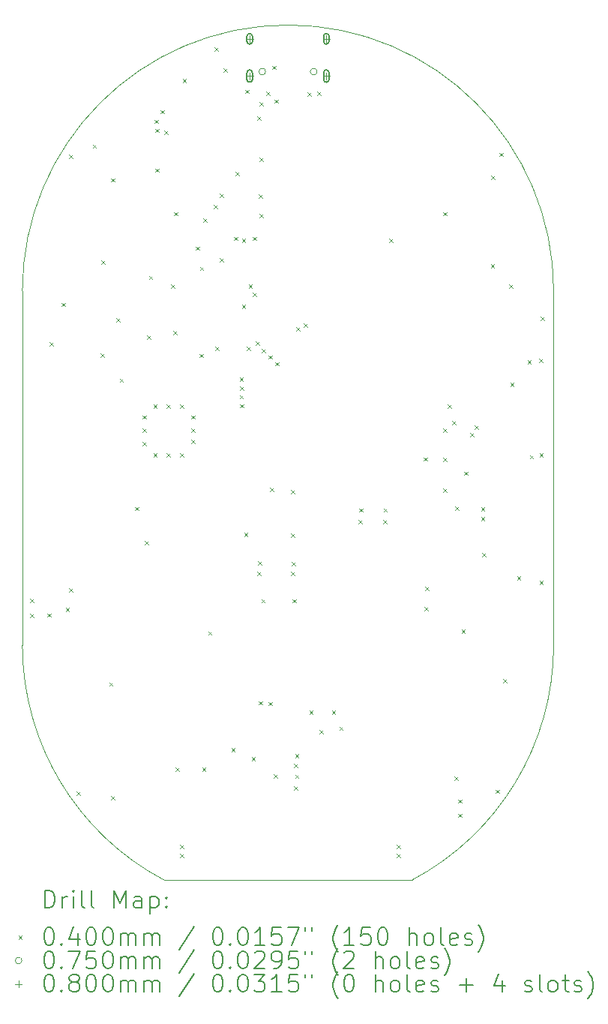
<source format=gbr>
%FSLAX45Y45*%
G04 Gerber Fmt 4.5, Leading zero omitted, Abs format (unit mm)*
G04 Created by KiCad (PCBNEW (6.0.5)) date 2022-07-03 19:07:29*
%MOMM*%
%LPD*%
G01*
G04 APERTURE LIST*
%TA.AperFunction,Profile*%
%ADD10C,0.100000*%
%TD*%
%ADD11C,0.200000*%
%ADD12C,0.040000*%
%ADD13C,0.075000*%
%ADD14C,0.079999*%
G04 APERTURE END LIST*
D10*
X14000000Y-7500000D02*
X14000000Y-11500000D01*
X20000000Y-7500000D02*
X20000000Y-11500000D01*
X15600000Y-14150000D02*
X18400000Y-14150000D01*
X18400000Y-14149999D02*
G75*
G03*
X20000000Y-11500000I-1394530J2649999D01*
G01*
X20000000Y-7500000D02*
G75*
G03*
X14000000Y-7500000I-3000000J-340D01*
G01*
X13999998Y-11500000D02*
G75*
G03*
X15600000Y-14150000I3002562J4850D01*
G01*
D11*
D12*
X14085000Y-10978450D02*
X14125000Y-11018450D01*
X14125000Y-10978450D02*
X14085000Y-11018450D01*
X14085000Y-11145000D02*
X14125000Y-11185000D01*
X14125000Y-11145000D02*
X14085000Y-11185000D01*
X14285000Y-11140000D02*
X14325000Y-11180000D01*
X14325000Y-11140000D02*
X14285000Y-11180000D01*
X14305000Y-8080000D02*
X14345000Y-8120000D01*
X14345000Y-8080000D02*
X14305000Y-8120000D01*
X14440000Y-7635000D02*
X14480000Y-7675000D01*
X14480000Y-7635000D02*
X14440000Y-7675000D01*
X14490000Y-11080000D02*
X14530000Y-11120000D01*
X14530000Y-11080000D02*
X14490000Y-11120000D01*
X14529667Y-5963007D02*
X14569667Y-6003007D01*
X14569667Y-5963007D02*
X14529667Y-6003007D01*
X14530000Y-10855000D02*
X14570000Y-10895000D01*
X14570000Y-10855000D02*
X14530000Y-10895000D01*
X14611526Y-13148476D02*
X14651526Y-13188476D01*
X14651526Y-13148476D02*
X14611526Y-13188476D01*
X14795000Y-5850000D02*
X14835000Y-5890000D01*
X14835000Y-5850000D02*
X14795000Y-5890000D01*
X14883450Y-8205254D02*
X14923450Y-8245254D01*
X14923450Y-8205254D02*
X14883450Y-8245254D01*
X14890000Y-7160000D02*
X14930000Y-7200000D01*
X14930000Y-7160000D02*
X14890000Y-7200000D01*
X14980000Y-11920000D02*
X15020000Y-11960000D01*
X15020000Y-11920000D02*
X14980000Y-11960000D01*
X15000000Y-6230000D02*
X15040000Y-6270000D01*
X15040000Y-6230000D02*
X15000000Y-6270000D01*
X15000000Y-13200000D02*
X15040000Y-13240000D01*
X15040000Y-13200000D02*
X15000000Y-13240000D01*
X15060000Y-7810000D02*
X15100000Y-7850000D01*
X15100000Y-7810000D02*
X15060000Y-7850000D01*
X15100000Y-8490000D02*
X15140000Y-8530000D01*
X15140000Y-8490000D02*
X15100000Y-8530000D01*
X15273500Y-9937176D02*
X15313500Y-9977176D01*
X15313500Y-9937176D02*
X15273500Y-9977176D01*
X15355000Y-8905000D02*
X15395000Y-8945000D01*
X15395000Y-8905000D02*
X15355000Y-8945000D01*
X15355000Y-9055000D02*
X15395000Y-9095000D01*
X15395000Y-9055000D02*
X15355000Y-9095000D01*
X15355000Y-9205000D02*
X15395000Y-9245000D01*
X15395000Y-9205000D02*
X15355000Y-9245000D01*
X15380000Y-10325000D02*
X15420000Y-10365000D01*
X15420000Y-10325000D02*
X15380000Y-10365000D01*
X15410000Y-8005000D02*
X15450000Y-8045000D01*
X15450000Y-8005000D02*
X15410000Y-8045000D01*
X15430000Y-7330000D02*
X15470000Y-7370000D01*
X15470000Y-7330000D02*
X15430000Y-7370000D01*
X15480000Y-8780000D02*
X15520000Y-8820000D01*
X15520000Y-8780000D02*
X15480000Y-8820000D01*
X15480000Y-9330000D02*
X15520000Y-9370000D01*
X15520000Y-9330000D02*
X15480000Y-9370000D01*
X15490000Y-5570000D02*
X15530000Y-5610000D01*
X15530000Y-5570000D02*
X15490000Y-5610000D01*
X15500000Y-5670000D02*
X15540000Y-5710000D01*
X15540000Y-5670000D02*
X15500000Y-5710000D01*
X15500000Y-6120000D02*
X15540000Y-6160000D01*
X15540000Y-6120000D02*
X15500000Y-6160000D01*
X15560000Y-5460000D02*
X15600000Y-5500000D01*
X15600000Y-5460000D02*
X15560000Y-5500000D01*
X15602550Y-5690000D02*
X15642550Y-5730000D01*
X15642550Y-5690000D02*
X15602550Y-5730000D01*
X15630000Y-8780000D02*
X15670000Y-8820000D01*
X15670000Y-8780000D02*
X15630000Y-8820000D01*
X15630000Y-9330000D02*
X15670000Y-9370000D01*
X15670000Y-9330000D02*
X15630000Y-9370000D01*
X15680000Y-7430000D02*
X15720000Y-7470000D01*
X15720000Y-7430000D02*
X15680000Y-7470000D01*
X15705000Y-7955000D02*
X15745000Y-7995000D01*
X15745000Y-7955000D02*
X15705000Y-7995000D01*
X15710000Y-6610000D02*
X15750000Y-6650000D01*
X15750000Y-6610000D02*
X15710000Y-6650000D01*
X15730000Y-12880000D02*
X15770000Y-12920000D01*
X15770000Y-12880000D02*
X15730000Y-12920000D01*
X15780000Y-8780000D02*
X15820000Y-8820000D01*
X15820000Y-8780000D02*
X15780000Y-8820000D01*
X15780000Y-9330000D02*
X15820000Y-9370000D01*
X15820000Y-9330000D02*
X15780000Y-9370000D01*
X15780000Y-13755000D02*
X15820000Y-13795000D01*
X15820000Y-13755000D02*
X15780000Y-13795000D01*
X15780000Y-13855000D02*
X15820000Y-13895000D01*
X15820000Y-13855000D02*
X15780000Y-13895000D01*
X15810000Y-5110000D02*
X15850000Y-5150000D01*
X15850000Y-5110000D02*
X15810000Y-5150000D01*
X15905000Y-8905000D02*
X15945000Y-8945000D01*
X15945000Y-8905000D02*
X15905000Y-8945000D01*
X15905000Y-9055000D02*
X15945000Y-9095000D01*
X15945000Y-9055000D02*
X15905000Y-9095000D01*
X15905000Y-9180000D02*
X15945000Y-9220000D01*
X15945000Y-9180000D02*
X15905000Y-9220000D01*
X15960000Y-7000000D02*
X16000000Y-7040000D01*
X16000000Y-7000000D02*
X15960000Y-7040000D01*
X16000000Y-8210000D02*
X16040000Y-8250000D01*
X16040000Y-8210000D02*
X16000000Y-8250000D01*
X16005000Y-7230000D02*
X16045000Y-7270000D01*
X16045000Y-7230000D02*
X16005000Y-7270000D01*
X16030000Y-12880000D02*
X16070000Y-12920000D01*
X16070000Y-12880000D02*
X16030000Y-12920000D01*
X16040000Y-6680000D02*
X16080000Y-6720000D01*
X16080000Y-6680000D02*
X16040000Y-6720000D01*
X16098500Y-11343000D02*
X16138500Y-11383000D01*
X16138500Y-11343000D02*
X16098500Y-11383000D01*
X16160050Y-6530000D02*
X16200050Y-6570000D01*
X16200050Y-6530000D02*
X16160050Y-6570000D01*
X16167050Y-4755000D02*
X16207050Y-4795000D01*
X16207050Y-4755000D02*
X16167050Y-4795000D01*
X16180000Y-8130000D02*
X16220000Y-8170000D01*
X16220000Y-8130000D02*
X16180000Y-8170000D01*
X16230000Y-6405000D02*
X16270000Y-6445000D01*
X16270000Y-6405000D02*
X16230000Y-6445000D01*
X16230000Y-7130000D02*
X16270000Y-7170000D01*
X16270000Y-7130000D02*
X16230000Y-7170000D01*
X16270000Y-4990000D02*
X16310000Y-5030000D01*
X16310000Y-4990000D02*
X16270000Y-5030000D01*
X16360000Y-12660000D02*
X16400000Y-12700000D01*
X16400000Y-12660000D02*
X16360000Y-12700000D01*
X16390000Y-6890000D02*
X16430000Y-6930000D01*
X16430000Y-6890000D02*
X16390000Y-6930000D01*
X16410000Y-6160000D02*
X16450000Y-6200000D01*
X16450000Y-6160000D02*
X16410000Y-6200000D01*
X16452698Y-8477698D02*
X16492698Y-8517698D01*
X16492698Y-8477698D02*
X16452698Y-8517698D01*
X16454804Y-8677551D02*
X16494804Y-8717551D01*
X16494804Y-8677551D02*
X16454804Y-8717551D01*
X16455673Y-8577604D02*
X16495673Y-8617604D01*
X16495673Y-8577604D02*
X16455673Y-8617604D01*
X16456185Y-8778629D02*
X16496185Y-8818629D01*
X16496185Y-8778629D02*
X16456185Y-8818629D01*
X16480000Y-6910000D02*
X16520000Y-6950000D01*
X16520000Y-6910000D02*
X16480000Y-6950000D01*
X16480000Y-7655000D02*
X16520000Y-7695000D01*
X16520000Y-7655000D02*
X16480000Y-7695000D01*
X16505000Y-10230000D02*
X16545000Y-10270000D01*
X16545000Y-10230000D02*
X16505000Y-10270000D01*
X16520000Y-5230000D02*
X16560000Y-5270000D01*
X16560000Y-5230000D02*
X16520000Y-5270000D01*
X16533950Y-8130000D02*
X16573950Y-8170000D01*
X16573950Y-8130000D02*
X16533950Y-8170000D01*
X16555000Y-7430000D02*
X16595000Y-7470000D01*
X16595000Y-7430000D02*
X16555000Y-7470000D01*
X16590000Y-12760000D02*
X16630000Y-12800000D01*
X16630000Y-12760000D02*
X16590000Y-12800000D01*
X16600000Y-6890000D02*
X16640000Y-6930000D01*
X16640000Y-6890000D02*
X16600000Y-6930000D01*
X16600000Y-7520000D02*
X16640000Y-7560000D01*
X16640000Y-7520000D02*
X16600000Y-7560000D01*
X16633780Y-8071674D02*
X16673780Y-8111674D01*
X16673780Y-8071674D02*
X16633780Y-8111674D01*
X16650000Y-10670000D02*
X16690000Y-10710000D01*
X16690000Y-10670000D02*
X16650000Y-10710000D01*
X16655000Y-5530000D02*
X16695000Y-5570000D01*
X16695000Y-5530000D02*
X16655000Y-5570000D01*
X16660000Y-10550000D02*
X16700000Y-10590000D01*
X16700000Y-10550000D02*
X16660000Y-10590000D01*
X16670000Y-6410000D02*
X16710000Y-6450000D01*
X16710000Y-6410000D02*
X16670000Y-6450000D01*
X16670000Y-12130000D02*
X16710000Y-12170000D01*
X16710000Y-12130000D02*
X16670000Y-12170000D01*
X16677502Y-5370000D02*
X16717502Y-5410000D01*
X16717502Y-5370000D02*
X16677502Y-5410000D01*
X16677502Y-6000000D02*
X16717502Y-6040000D01*
X16717502Y-6000000D02*
X16677502Y-6040000D01*
X16677502Y-6630000D02*
X16717502Y-6670000D01*
X16717502Y-6630000D02*
X16677502Y-6670000D01*
X16700000Y-10980000D02*
X16740000Y-11020000D01*
X16740000Y-10980000D02*
X16700000Y-11020000D01*
X16706230Y-8153770D02*
X16746230Y-8193770D01*
X16746230Y-8153770D02*
X16706230Y-8193770D01*
X16755000Y-5255000D02*
X16795000Y-5295000D01*
X16795000Y-5255000D02*
X16755000Y-5295000D01*
X16780000Y-12140000D02*
X16820000Y-12180000D01*
X16820000Y-12140000D02*
X16780000Y-12180000D01*
X16781230Y-8228770D02*
X16821230Y-8268770D01*
X16821230Y-8228770D02*
X16781230Y-8268770D01*
X16797454Y-9720000D02*
X16837454Y-9760000D01*
X16837454Y-9720000D02*
X16797454Y-9760000D01*
X16820000Y-4960000D02*
X16860000Y-5000000D01*
X16860000Y-4960000D02*
X16820000Y-5000000D01*
X16840000Y-12954370D02*
X16880000Y-12994370D01*
X16880000Y-12954370D02*
X16840000Y-12994370D01*
X16847402Y-5339950D02*
X16887402Y-5379950D01*
X16887402Y-5339950D02*
X16847402Y-5379950D01*
X16856230Y-8303770D02*
X16896230Y-8343770D01*
X16896230Y-8303770D02*
X16856230Y-8343770D01*
X17032258Y-9750000D02*
X17072258Y-9790000D01*
X17072258Y-9750000D02*
X17032258Y-9790000D01*
X17032258Y-10237176D02*
X17072258Y-10277176D01*
X17072258Y-10237176D02*
X17032258Y-10277176D01*
X17032258Y-10670000D02*
X17072258Y-10710000D01*
X17072258Y-10670000D02*
X17032258Y-10710000D01*
X17040000Y-10560000D02*
X17080000Y-10600000D01*
X17080000Y-10560000D02*
X17040000Y-10600000D01*
X17050000Y-10980000D02*
X17090000Y-11020000D01*
X17090000Y-10980000D02*
X17050000Y-11020000D01*
X17070000Y-12840000D02*
X17110000Y-12880000D01*
X17110000Y-12840000D02*
X17070000Y-12880000D01*
X17070000Y-13090000D02*
X17110000Y-13130000D01*
X17110000Y-13090000D02*
X17070000Y-13130000D01*
X17080000Y-12730000D02*
X17120000Y-12770000D01*
X17120000Y-12730000D02*
X17080000Y-12770000D01*
X17080000Y-12960000D02*
X17120000Y-13000000D01*
X17120000Y-12960000D02*
X17080000Y-13000000D01*
X17090000Y-7910000D02*
X17130000Y-7950000D01*
X17130000Y-7910000D02*
X17090000Y-7950000D01*
X17179398Y-7865301D02*
X17219398Y-7905301D01*
X17219398Y-7865301D02*
X17179398Y-7905301D01*
X17221919Y-5258464D02*
X17261919Y-5298464D01*
X17261919Y-5258464D02*
X17221919Y-5298464D01*
X17240000Y-12240000D02*
X17280000Y-12280000D01*
X17280000Y-12240000D02*
X17240000Y-12280000D01*
X17330000Y-5255000D02*
X17370000Y-5295000D01*
X17370000Y-5255000D02*
X17330000Y-5295000D01*
X17355000Y-12455000D02*
X17395000Y-12495000D01*
X17395000Y-12455000D02*
X17355000Y-12495000D01*
X17494368Y-12235632D02*
X17534368Y-12275632D01*
X17534368Y-12235632D02*
X17494368Y-12275632D01*
X17580000Y-12420000D02*
X17620000Y-12460000D01*
X17620000Y-12420000D02*
X17580000Y-12460000D01*
X17798500Y-10087176D02*
X17838500Y-10127176D01*
X17838500Y-10087176D02*
X17798500Y-10127176D01*
X17805000Y-9955000D02*
X17845000Y-9995000D01*
X17845000Y-9955000D02*
X17805000Y-9995000D01*
X18073500Y-10087176D02*
X18113500Y-10127176D01*
X18113500Y-10087176D02*
X18073500Y-10127176D01*
X18080000Y-9955000D02*
X18120000Y-9995000D01*
X18120000Y-9955000D02*
X18080000Y-9995000D01*
X18140000Y-6910000D02*
X18180000Y-6950000D01*
X18180000Y-6910000D02*
X18140000Y-6950000D01*
X18230000Y-13755000D02*
X18270000Y-13795000D01*
X18270000Y-13755000D02*
X18230000Y-13795000D01*
X18230000Y-13854950D02*
X18270000Y-13894950D01*
X18270000Y-13854950D02*
X18230000Y-13894950D01*
X18530000Y-9380000D02*
X18570000Y-9420000D01*
X18570000Y-9380000D02*
X18530000Y-9420000D01*
X18541230Y-11071230D02*
X18581230Y-11111230D01*
X18581230Y-11071230D02*
X18541230Y-11111230D01*
X18550000Y-10840000D02*
X18590000Y-10880000D01*
X18590000Y-10840000D02*
X18550000Y-10880000D01*
X18750000Y-6610000D02*
X18790000Y-6650000D01*
X18790000Y-6610000D02*
X18750000Y-6650000D01*
X18751871Y-9051871D02*
X18791871Y-9091871D01*
X18791871Y-9051871D02*
X18751871Y-9091871D01*
X18754285Y-9384514D02*
X18794285Y-9424514D01*
X18794285Y-9384514D02*
X18754285Y-9424514D01*
X18755000Y-9730000D02*
X18795000Y-9770000D01*
X18795000Y-9730000D02*
X18755000Y-9770000D01*
X18805000Y-8780000D02*
X18845000Y-8820000D01*
X18845000Y-8780000D02*
X18805000Y-8820000D01*
X18855000Y-8971270D02*
X18895000Y-9011270D01*
X18895000Y-8971270D02*
X18855000Y-9011270D01*
X18880000Y-12985000D02*
X18920000Y-13025000D01*
X18920000Y-12985000D02*
X18880000Y-13025000D01*
X18890000Y-9935000D02*
X18930000Y-9975000D01*
X18930000Y-9935000D02*
X18890000Y-9975000D01*
X18920000Y-13240000D02*
X18960000Y-13280000D01*
X18960000Y-13240000D02*
X18920000Y-13280000D01*
X18920000Y-13400000D02*
X18960000Y-13440000D01*
X18960000Y-13400000D02*
X18920000Y-13440000D01*
X18960000Y-11320000D02*
X19000000Y-11360000D01*
X19000000Y-11320000D02*
X18960000Y-11360000D01*
X18990000Y-9540000D02*
X19030000Y-9580000D01*
X19030000Y-9540000D02*
X18990000Y-9580000D01*
X19055000Y-9105000D02*
X19095000Y-9145000D01*
X19095000Y-9105000D02*
X19055000Y-9145000D01*
X19110442Y-9021836D02*
X19150442Y-9061836D01*
X19150442Y-9021836D02*
X19110442Y-9061836D01*
X19180000Y-9940000D02*
X19220000Y-9980000D01*
X19220000Y-9940000D02*
X19180000Y-9980000D01*
X19180000Y-10050000D02*
X19220000Y-10090000D01*
X19220000Y-10050000D02*
X19180000Y-10090000D01*
X19190000Y-10460000D02*
X19230000Y-10500000D01*
X19230000Y-10460000D02*
X19190000Y-10500000D01*
X19290000Y-7200000D02*
X19330000Y-7240000D01*
X19330000Y-7200000D02*
X19290000Y-7240000D01*
X19294950Y-6200000D02*
X19334950Y-6240000D01*
X19334950Y-6200000D02*
X19294950Y-6240000D01*
X19342221Y-13130836D02*
X19382221Y-13170836D01*
X19382221Y-13130836D02*
X19342221Y-13170836D01*
X19388127Y-5941590D02*
X19428127Y-5981590D01*
X19428127Y-5941590D02*
X19388127Y-5981590D01*
X19430000Y-11880000D02*
X19470000Y-11920000D01*
X19470000Y-11880000D02*
X19430000Y-11920000D01*
X19500000Y-7430000D02*
X19540000Y-7470000D01*
X19540000Y-7430000D02*
X19500000Y-7470000D01*
X19510000Y-8540000D02*
X19550000Y-8580000D01*
X19550000Y-8540000D02*
X19510000Y-8580000D01*
X19587016Y-10722883D02*
X19627016Y-10762883D01*
X19627016Y-10722883D02*
X19587016Y-10762883D01*
X19705000Y-8280000D02*
X19745000Y-8320000D01*
X19745000Y-8280000D02*
X19705000Y-8320000D01*
X19730000Y-9355000D02*
X19770000Y-9395000D01*
X19770000Y-9355000D02*
X19730000Y-9395000D01*
X19835000Y-8265000D02*
X19875000Y-8305000D01*
X19875000Y-8265000D02*
X19835000Y-8305000D01*
X19840000Y-9330000D02*
X19880000Y-9370000D01*
X19880000Y-9330000D02*
X19840000Y-9370000D01*
X19840000Y-10775000D02*
X19880000Y-10815000D01*
X19880000Y-10775000D02*
X19840000Y-10815000D01*
X19850000Y-7795000D02*
X19890000Y-7835000D01*
X19890000Y-7795000D02*
X19850000Y-7835000D01*
D13*
X16747500Y-5026250D02*
G75*
G03*
X16747500Y-5026250I-37500J0D01*
G01*
X17327500Y-5026250D02*
G75*
G03*
X17327500Y-5026250I-37500J0D01*
G01*
D14*
X16567000Y-4616250D02*
X16567000Y-4696250D01*
X16527000Y-4656250D02*
X16607000Y-4656250D01*
D11*
X16537000Y-4626250D02*
X16537000Y-4686250D01*
X16597000Y-4626250D02*
X16597000Y-4686250D01*
X16537000Y-4686250D02*
G75*
G03*
X16597000Y-4686250I30000J0D01*
G01*
X16597000Y-4626250D02*
G75*
G03*
X16537000Y-4626250I-30000J0D01*
G01*
D14*
X16567000Y-5036250D02*
X16567000Y-5116250D01*
X16527000Y-5076250D02*
X16607000Y-5076250D01*
D11*
X16537000Y-5036249D02*
X16537000Y-5116251D01*
X16597000Y-5036249D02*
X16597000Y-5116251D01*
X16537000Y-5116251D02*
G75*
G03*
X16597000Y-5116251I30000J0D01*
G01*
X16597000Y-5036249D02*
G75*
G03*
X16537000Y-5036249I-30000J0D01*
G01*
D14*
X17433000Y-4616250D02*
X17433000Y-4696250D01*
X17393000Y-4656250D02*
X17473000Y-4656250D01*
D11*
X17403000Y-4626250D02*
X17403000Y-4686250D01*
X17463000Y-4626250D02*
X17463000Y-4686250D01*
X17403000Y-4686250D02*
G75*
G03*
X17463000Y-4686250I30000J0D01*
G01*
X17463000Y-4626250D02*
G75*
G03*
X17403000Y-4626250I-30000J0D01*
G01*
D14*
X17433000Y-5036250D02*
X17433000Y-5116250D01*
X17393000Y-5076250D02*
X17473000Y-5076250D01*
D11*
X17403000Y-5036251D02*
X17403000Y-5116249D01*
X17463000Y-5036251D02*
X17463000Y-5116249D01*
X17403000Y-5116249D02*
G75*
G03*
X17463000Y-5116249I30000J0D01*
G01*
X17463000Y-5036251D02*
G75*
G03*
X17403000Y-5036251I-30000J0D01*
G01*
X14252619Y-14465476D02*
X14252619Y-14265476D01*
X14300238Y-14265476D01*
X14328809Y-14275000D01*
X14347857Y-14294048D01*
X14357381Y-14313095D01*
X14366905Y-14351190D01*
X14366905Y-14379762D01*
X14357381Y-14417857D01*
X14347857Y-14436905D01*
X14328809Y-14455952D01*
X14300238Y-14465476D01*
X14252619Y-14465476D01*
X14452619Y-14465476D02*
X14452619Y-14332143D01*
X14452619Y-14370238D02*
X14462143Y-14351190D01*
X14471667Y-14341667D01*
X14490714Y-14332143D01*
X14509762Y-14332143D01*
X14576428Y-14465476D02*
X14576428Y-14332143D01*
X14576428Y-14265476D02*
X14566905Y-14275000D01*
X14576428Y-14284524D01*
X14585952Y-14275000D01*
X14576428Y-14265476D01*
X14576428Y-14284524D01*
X14700238Y-14465476D02*
X14681190Y-14455952D01*
X14671667Y-14436905D01*
X14671667Y-14265476D01*
X14805000Y-14465476D02*
X14785952Y-14455952D01*
X14776428Y-14436905D01*
X14776428Y-14265476D01*
X15033571Y-14465476D02*
X15033571Y-14265476D01*
X15100238Y-14408333D01*
X15166905Y-14265476D01*
X15166905Y-14465476D01*
X15347857Y-14465476D02*
X15347857Y-14360714D01*
X15338333Y-14341667D01*
X15319286Y-14332143D01*
X15281190Y-14332143D01*
X15262143Y-14341667D01*
X15347857Y-14455952D02*
X15328809Y-14465476D01*
X15281190Y-14465476D01*
X15262143Y-14455952D01*
X15252619Y-14436905D01*
X15252619Y-14417857D01*
X15262143Y-14398809D01*
X15281190Y-14389286D01*
X15328809Y-14389286D01*
X15347857Y-14379762D01*
X15443095Y-14332143D02*
X15443095Y-14532143D01*
X15443095Y-14341667D02*
X15462143Y-14332143D01*
X15500238Y-14332143D01*
X15519286Y-14341667D01*
X15528809Y-14351190D01*
X15538333Y-14370238D01*
X15538333Y-14427381D01*
X15528809Y-14446428D01*
X15519286Y-14455952D01*
X15500238Y-14465476D01*
X15462143Y-14465476D01*
X15443095Y-14455952D01*
X15624048Y-14446428D02*
X15633571Y-14455952D01*
X15624048Y-14465476D01*
X15614524Y-14455952D01*
X15624048Y-14446428D01*
X15624048Y-14465476D01*
X15624048Y-14341667D02*
X15633571Y-14351190D01*
X15624048Y-14360714D01*
X15614524Y-14351190D01*
X15624048Y-14341667D01*
X15624048Y-14360714D01*
D12*
X13955000Y-14775000D02*
X13995000Y-14815000D01*
X13995000Y-14775000D02*
X13955000Y-14815000D01*
D11*
X14290714Y-14685476D02*
X14309762Y-14685476D01*
X14328809Y-14695000D01*
X14338333Y-14704524D01*
X14347857Y-14723571D01*
X14357381Y-14761667D01*
X14357381Y-14809286D01*
X14347857Y-14847381D01*
X14338333Y-14866428D01*
X14328809Y-14875952D01*
X14309762Y-14885476D01*
X14290714Y-14885476D01*
X14271667Y-14875952D01*
X14262143Y-14866428D01*
X14252619Y-14847381D01*
X14243095Y-14809286D01*
X14243095Y-14761667D01*
X14252619Y-14723571D01*
X14262143Y-14704524D01*
X14271667Y-14695000D01*
X14290714Y-14685476D01*
X14443095Y-14866428D02*
X14452619Y-14875952D01*
X14443095Y-14885476D01*
X14433571Y-14875952D01*
X14443095Y-14866428D01*
X14443095Y-14885476D01*
X14624048Y-14752143D02*
X14624048Y-14885476D01*
X14576428Y-14675952D02*
X14528809Y-14818809D01*
X14652619Y-14818809D01*
X14766905Y-14685476D02*
X14785952Y-14685476D01*
X14805000Y-14695000D01*
X14814524Y-14704524D01*
X14824048Y-14723571D01*
X14833571Y-14761667D01*
X14833571Y-14809286D01*
X14824048Y-14847381D01*
X14814524Y-14866428D01*
X14805000Y-14875952D01*
X14785952Y-14885476D01*
X14766905Y-14885476D01*
X14747857Y-14875952D01*
X14738333Y-14866428D01*
X14728809Y-14847381D01*
X14719286Y-14809286D01*
X14719286Y-14761667D01*
X14728809Y-14723571D01*
X14738333Y-14704524D01*
X14747857Y-14695000D01*
X14766905Y-14685476D01*
X14957381Y-14685476D02*
X14976428Y-14685476D01*
X14995476Y-14695000D01*
X15005000Y-14704524D01*
X15014524Y-14723571D01*
X15024048Y-14761667D01*
X15024048Y-14809286D01*
X15014524Y-14847381D01*
X15005000Y-14866428D01*
X14995476Y-14875952D01*
X14976428Y-14885476D01*
X14957381Y-14885476D01*
X14938333Y-14875952D01*
X14928809Y-14866428D01*
X14919286Y-14847381D01*
X14909762Y-14809286D01*
X14909762Y-14761667D01*
X14919286Y-14723571D01*
X14928809Y-14704524D01*
X14938333Y-14695000D01*
X14957381Y-14685476D01*
X15109762Y-14885476D02*
X15109762Y-14752143D01*
X15109762Y-14771190D02*
X15119286Y-14761667D01*
X15138333Y-14752143D01*
X15166905Y-14752143D01*
X15185952Y-14761667D01*
X15195476Y-14780714D01*
X15195476Y-14885476D01*
X15195476Y-14780714D02*
X15205000Y-14761667D01*
X15224048Y-14752143D01*
X15252619Y-14752143D01*
X15271667Y-14761667D01*
X15281190Y-14780714D01*
X15281190Y-14885476D01*
X15376428Y-14885476D02*
X15376428Y-14752143D01*
X15376428Y-14771190D02*
X15385952Y-14761667D01*
X15405000Y-14752143D01*
X15433571Y-14752143D01*
X15452619Y-14761667D01*
X15462143Y-14780714D01*
X15462143Y-14885476D01*
X15462143Y-14780714D02*
X15471667Y-14761667D01*
X15490714Y-14752143D01*
X15519286Y-14752143D01*
X15538333Y-14761667D01*
X15547857Y-14780714D01*
X15547857Y-14885476D01*
X15938333Y-14675952D02*
X15766905Y-14933095D01*
X16195476Y-14685476D02*
X16214524Y-14685476D01*
X16233571Y-14695000D01*
X16243095Y-14704524D01*
X16252619Y-14723571D01*
X16262143Y-14761667D01*
X16262143Y-14809286D01*
X16252619Y-14847381D01*
X16243095Y-14866428D01*
X16233571Y-14875952D01*
X16214524Y-14885476D01*
X16195476Y-14885476D01*
X16176428Y-14875952D01*
X16166905Y-14866428D01*
X16157381Y-14847381D01*
X16147857Y-14809286D01*
X16147857Y-14761667D01*
X16157381Y-14723571D01*
X16166905Y-14704524D01*
X16176428Y-14695000D01*
X16195476Y-14685476D01*
X16347857Y-14866428D02*
X16357381Y-14875952D01*
X16347857Y-14885476D01*
X16338333Y-14875952D01*
X16347857Y-14866428D01*
X16347857Y-14885476D01*
X16481190Y-14685476D02*
X16500238Y-14685476D01*
X16519286Y-14695000D01*
X16528809Y-14704524D01*
X16538333Y-14723571D01*
X16547857Y-14761667D01*
X16547857Y-14809286D01*
X16538333Y-14847381D01*
X16528809Y-14866428D01*
X16519286Y-14875952D01*
X16500238Y-14885476D01*
X16481190Y-14885476D01*
X16462143Y-14875952D01*
X16452619Y-14866428D01*
X16443095Y-14847381D01*
X16433571Y-14809286D01*
X16433571Y-14761667D01*
X16443095Y-14723571D01*
X16452619Y-14704524D01*
X16462143Y-14695000D01*
X16481190Y-14685476D01*
X16738333Y-14885476D02*
X16624048Y-14885476D01*
X16681190Y-14885476D02*
X16681190Y-14685476D01*
X16662143Y-14714048D01*
X16643095Y-14733095D01*
X16624048Y-14742619D01*
X16919286Y-14685476D02*
X16824048Y-14685476D01*
X16814524Y-14780714D01*
X16824048Y-14771190D01*
X16843095Y-14761667D01*
X16890714Y-14761667D01*
X16909762Y-14771190D01*
X16919286Y-14780714D01*
X16928810Y-14799762D01*
X16928810Y-14847381D01*
X16919286Y-14866428D01*
X16909762Y-14875952D01*
X16890714Y-14885476D01*
X16843095Y-14885476D01*
X16824048Y-14875952D01*
X16814524Y-14866428D01*
X16995476Y-14685476D02*
X17128810Y-14685476D01*
X17043095Y-14885476D01*
X17195476Y-14685476D02*
X17195476Y-14723571D01*
X17271667Y-14685476D02*
X17271667Y-14723571D01*
X17566905Y-14961667D02*
X17557381Y-14952143D01*
X17538333Y-14923571D01*
X17528810Y-14904524D01*
X17519286Y-14875952D01*
X17509762Y-14828333D01*
X17509762Y-14790238D01*
X17519286Y-14742619D01*
X17528810Y-14714048D01*
X17538333Y-14695000D01*
X17557381Y-14666428D01*
X17566905Y-14656905D01*
X17747857Y-14885476D02*
X17633571Y-14885476D01*
X17690714Y-14885476D02*
X17690714Y-14685476D01*
X17671667Y-14714048D01*
X17652619Y-14733095D01*
X17633571Y-14742619D01*
X17928810Y-14685476D02*
X17833571Y-14685476D01*
X17824048Y-14780714D01*
X17833571Y-14771190D01*
X17852619Y-14761667D01*
X17900238Y-14761667D01*
X17919286Y-14771190D01*
X17928810Y-14780714D01*
X17938333Y-14799762D01*
X17938333Y-14847381D01*
X17928810Y-14866428D01*
X17919286Y-14875952D01*
X17900238Y-14885476D01*
X17852619Y-14885476D01*
X17833571Y-14875952D01*
X17824048Y-14866428D01*
X18062143Y-14685476D02*
X18081190Y-14685476D01*
X18100238Y-14695000D01*
X18109762Y-14704524D01*
X18119286Y-14723571D01*
X18128810Y-14761667D01*
X18128810Y-14809286D01*
X18119286Y-14847381D01*
X18109762Y-14866428D01*
X18100238Y-14875952D01*
X18081190Y-14885476D01*
X18062143Y-14885476D01*
X18043095Y-14875952D01*
X18033571Y-14866428D01*
X18024048Y-14847381D01*
X18014524Y-14809286D01*
X18014524Y-14761667D01*
X18024048Y-14723571D01*
X18033571Y-14704524D01*
X18043095Y-14695000D01*
X18062143Y-14685476D01*
X18366905Y-14885476D02*
X18366905Y-14685476D01*
X18452619Y-14885476D02*
X18452619Y-14780714D01*
X18443095Y-14761667D01*
X18424048Y-14752143D01*
X18395476Y-14752143D01*
X18376429Y-14761667D01*
X18366905Y-14771190D01*
X18576429Y-14885476D02*
X18557381Y-14875952D01*
X18547857Y-14866428D01*
X18538333Y-14847381D01*
X18538333Y-14790238D01*
X18547857Y-14771190D01*
X18557381Y-14761667D01*
X18576429Y-14752143D01*
X18605000Y-14752143D01*
X18624048Y-14761667D01*
X18633571Y-14771190D01*
X18643095Y-14790238D01*
X18643095Y-14847381D01*
X18633571Y-14866428D01*
X18624048Y-14875952D01*
X18605000Y-14885476D01*
X18576429Y-14885476D01*
X18757381Y-14885476D02*
X18738333Y-14875952D01*
X18728810Y-14856905D01*
X18728810Y-14685476D01*
X18909762Y-14875952D02*
X18890714Y-14885476D01*
X18852619Y-14885476D01*
X18833571Y-14875952D01*
X18824048Y-14856905D01*
X18824048Y-14780714D01*
X18833571Y-14761667D01*
X18852619Y-14752143D01*
X18890714Y-14752143D01*
X18909762Y-14761667D01*
X18919286Y-14780714D01*
X18919286Y-14799762D01*
X18824048Y-14818809D01*
X18995476Y-14875952D02*
X19014524Y-14885476D01*
X19052619Y-14885476D01*
X19071667Y-14875952D01*
X19081190Y-14856905D01*
X19081190Y-14847381D01*
X19071667Y-14828333D01*
X19052619Y-14818809D01*
X19024048Y-14818809D01*
X19005000Y-14809286D01*
X18995476Y-14790238D01*
X18995476Y-14780714D01*
X19005000Y-14761667D01*
X19024048Y-14752143D01*
X19052619Y-14752143D01*
X19071667Y-14761667D01*
X19147857Y-14961667D02*
X19157381Y-14952143D01*
X19176429Y-14923571D01*
X19185952Y-14904524D01*
X19195476Y-14875952D01*
X19205000Y-14828333D01*
X19205000Y-14790238D01*
X19195476Y-14742619D01*
X19185952Y-14714048D01*
X19176429Y-14695000D01*
X19157381Y-14666428D01*
X19147857Y-14656905D01*
D13*
X13995000Y-15059000D02*
G75*
G03*
X13995000Y-15059000I-37500J0D01*
G01*
D11*
X14290714Y-14949476D02*
X14309762Y-14949476D01*
X14328809Y-14959000D01*
X14338333Y-14968524D01*
X14347857Y-14987571D01*
X14357381Y-15025667D01*
X14357381Y-15073286D01*
X14347857Y-15111381D01*
X14338333Y-15130428D01*
X14328809Y-15139952D01*
X14309762Y-15149476D01*
X14290714Y-15149476D01*
X14271667Y-15139952D01*
X14262143Y-15130428D01*
X14252619Y-15111381D01*
X14243095Y-15073286D01*
X14243095Y-15025667D01*
X14252619Y-14987571D01*
X14262143Y-14968524D01*
X14271667Y-14959000D01*
X14290714Y-14949476D01*
X14443095Y-15130428D02*
X14452619Y-15139952D01*
X14443095Y-15149476D01*
X14433571Y-15139952D01*
X14443095Y-15130428D01*
X14443095Y-15149476D01*
X14519286Y-14949476D02*
X14652619Y-14949476D01*
X14566905Y-15149476D01*
X14824048Y-14949476D02*
X14728809Y-14949476D01*
X14719286Y-15044714D01*
X14728809Y-15035190D01*
X14747857Y-15025667D01*
X14795476Y-15025667D01*
X14814524Y-15035190D01*
X14824048Y-15044714D01*
X14833571Y-15063762D01*
X14833571Y-15111381D01*
X14824048Y-15130428D01*
X14814524Y-15139952D01*
X14795476Y-15149476D01*
X14747857Y-15149476D01*
X14728809Y-15139952D01*
X14719286Y-15130428D01*
X14957381Y-14949476D02*
X14976428Y-14949476D01*
X14995476Y-14959000D01*
X15005000Y-14968524D01*
X15014524Y-14987571D01*
X15024048Y-15025667D01*
X15024048Y-15073286D01*
X15014524Y-15111381D01*
X15005000Y-15130428D01*
X14995476Y-15139952D01*
X14976428Y-15149476D01*
X14957381Y-15149476D01*
X14938333Y-15139952D01*
X14928809Y-15130428D01*
X14919286Y-15111381D01*
X14909762Y-15073286D01*
X14909762Y-15025667D01*
X14919286Y-14987571D01*
X14928809Y-14968524D01*
X14938333Y-14959000D01*
X14957381Y-14949476D01*
X15109762Y-15149476D02*
X15109762Y-15016143D01*
X15109762Y-15035190D02*
X15119286Y-15025667D01*
X15138333Y-15016143D01*
X15166905Y-15016143D01*
X15185952Y-15025667D01*
X15195476Y-15044714D01*
X15195476Y-15149476D01*
X15195476Y-15044714D02*
X15205000Y-15025667D01*
X15224048Y-15016143D01*
X15252619Y-15016143D01*
X15271667Y-15025667D01*
X15281190Y-15044714D01*
X15281190Y-15149476D01*
X15376428Y-15149476D02*
X15376428Y-15016143D01*
X15376428Y-15035190D02*
X15385952Y-15025667D01*
X15405000Y-15016143D01*
X15433571Y-15016143D01*
X15452619Y-15025667D01*
X15462143Y-15044714D01*
X15462143Y-15149476D01*
X15462143Y-15044714D02*
X15471667Y-15025667D01*
X15490714Y-15016143D01*
X15519286Y-15016143D01*
X15538333Y-15025667D01*
X15547857Y-15044714D01*
X15547857Y-15149476D01*
X15938333Y-14939952D02*
X15766905Y-15197095D01*
X16195476Y-14949476D02*
X16214524Y-14949476D01*
X16233571Y-14959000D01*
X16243095Y-14968524D01*
X16252619Y-14987571D01*
X16262143Y-15025667D01*
X16262143Y-15073286D01*
X16252619Y-15111381D01*
X16243095Y-15130428D01*
X16233571Y-15139952D01*
X16214524Y-15149476D01*
X16195476Y-15149476D01*
X16176428Y-15139952D01*
X16166905Y-15130428D01*
X16157381Y-15111381D01*
X16147857Y-15073286D01*
X16147857Y-15025667D01*
X16157381Y-14987571D01*
X16166905Y-14968524D01*
X16176428Y-14959000D01*
X16195476Y-14949476D01*
X16347857Y-15130428D02*
X16357381Y-15139952D01*
X16347857Y-15149476D01*
X16338333Y-15139952D01*
X16347857Y-15130428D01*
X16347857Y-15149476D01*
X16481190Y-14949476D02*
X16500238Y-14949476D01*
X16519286Y-14959000D01*
X16528809Y-14968524D01*
X16538333Y-14987571D01*
X16547857Y-15025667D01*
X16547857Y-15073286D01*
X16538333Y-15111381D01*
X16528809Y-15130428D01*
X16519286Y-15139952D01*
X16500238Y-15149476D01*
X16481190Y-15149476D01*
X16462143Y-15139952D01*
X16452619Y-15130428D01*
X16443095Y-15111381D01*
X16433571Y-15073286D01*
X16433571Y-15025667D01*
X16443095Y-14987571D01*
X16452619Y-14968524D01*
X16462143Y-14959000D01*
X16481190Y-14949476D01*
X16624048Y-14968524D02*
X16633571Y-14959000D01*
X16652619Y-14949476D01*
X16700238Y-14949476D01*
X16719286Y-14959000D01*
X16728809Y-14968524D01*
X16738333Y-14987571D01*
X16738333Y-15006619D01*
X16728809Y-15035190D01*
X16614524Y-15149476D01*
X16738333Y-15149476D01*
X16833571Y-15149476D02*
X16871667Y-15149476D01*
X16890714Y-15139952D01*
X16900238Y-15130428D01*
X16919286Y-15101857D01*
X16928810Y-15063762D01*
X16928810Y-14987571D01*
X16919286Y-14968524D01*
X16909762Y-14959000D01*
X16890714Y-14949476D01*
X16852619Y-14949476D01*
X16833571Y-14959000D01*
X16824048Y-14968524D01*
X16814524Y-14987571D01*
X16814524Y-15035190D01*
X16824048Y-15054238D01*
X16833571Y-15063762D01*
X16852619Y-15073286D01*
X16890714Y-15073286D01*
X16909762Y-15063762D01*
X16919286Y-15054238D01*
X16928810Y-15035190D01*
X17109762Y-14949476D02*
X17014524Y-14949476D01*
X17005000Y-15044714D01*
X17014524Y-15035190D01*
X17033571Y-15025667D01*
X17081190Y-15025667D01*
X17100238Y-15035190D01*
X17109762Y-15044714D01*
X17119286Y-15063762D01*
X17119286Y-15111381D01*
X17109762Y-15130428D01*
X17100238Y-15139952D01*
X17081190Y-15149476D01*
X17033571Y-15149476D01*
X17014524Y-15139952D01*
X17005000Y-15130428D01*
X17195476Y-14949476D02*
X17195476Y-14987571D01*
X17271667Y-14949476D02*
X17271667Y-14987571D01*
X17566905Y-15225667D02*
X17557381Y-15216143D01*
X17538333Y-15187571D01*
X17528810Y-15168524D01*
X17519286Y-15139952D01*
X17509762Y-15092333D01*
X17509762Y-15054238D01*
X17519286Y-15006619D01*
X17528810Y-14978048D01*
X17538333Y-14959000D01*
X17557381Y-14930428D01*
X17566905Y-14920905D01*
X17633571Y-14968524D02*
X17643095Y-14959000D01*
X17662143Y-14949476D01*
X17709762Y-14949476D01*
X17728810Y-14959000D01*
X17738333Y-14968524D01*
X17747857Y-14987571D01*
X17747857Y-15006619D01*
X17738333Y-15035190D01*
X17624048Y-15149476D01*
X17747857Y-15149476D01*
X17985952Y-15149476D02*
X17985952Y-14949476D01*
X18071667Y-15149476D02*
X18071667Y-15044714D01*
X18062143Y-15025667D01*
X18043095Y-15016143D01*
X18014524Y-15016143D01*
X17995476Y-15025667D01*
X17985952Y-15035190D01*
X18195476Y-15149476D02*
X18176429Y-15139952D01*
X18166905Y-15130428D01*
X18157381Y-15111381D01*
X18157381Y-15054238D01*
X18166905Y-15035190D01*
X18176429Y-15025667D01*
X18195476Y-15016143D01*
X18224048Y-15016143D01*
X18243095Y-15025667D01*
X18252619Y-15035190D01*
X18262143Y-15054238D01*
X18262143Y-15111381D01*
X18252619Y-15130428D01*
X18243095Y-15139952D01*
X18224048Y-15149476D01*
X18195476Y-15149476D01*
X18376429Y-15149476D02*
X18357381Y-15139952D01*
X18347857Y-15120905D01*
X18347857Y-14949476D01*
X18528810Y-15139952D02*
X18509762Y-15149476D01*
X18471667Y-15149476D01*
X18452619Y-15139952D01*
X18443095Y-15120905D01*
X18443095Y-15044714D01*
X18452619Y-15025667D01*
X18471667Y-15016143D01*
X18509762Y-15016143D01*
X18528810Y-15025667D01*
X18538333Y-15044714D01*
X18538333Y-15063762D01*
X18443095Y-15082809D01*
X18614524Y-15139952D02*
X18633571Y-15149476D01*
X18671667Y-15149476D01*
X18690714Y-15139952D01*
X18700238Y-15120905D01*
X18700238Y-15111381D01*
X18690714Y-15092333D01*
X18671667Y-15082809D01*
X18643095Y-15082809D01*
X18624048Y-15073286D01*
X18614524Y-15054238D01*
X18614524Y-15044714D01*
X18624048Y-15025667D01*
X18643095Y-15016143D01*
X18671667Y-15016143D01*
X18690714Y-15025667D01*
X18766905Y-15225667D02*
X18776429Y-15216143D01*
X18795476Y-15187571D01*
X18805000Y-15168524D01*
X18814524Y-15139952D01*
X18824048Y-15092333D01*
X18824048Y-15054238D01*
X18814524Y-15006619D01*
X18805000Y-14978048D01*
X18795476Y-14959000D01*
X18776429Y-14930428D01*
X18766905Y-14920905D01*
D14*
X13955000Y-15283000D02*
X13955000Y-15363000D01*
X13915000Y-15323000D02*
X13995000Y-15323000D01*
D11*
X14290714Y-15213476D02*
X14309762Y-15213476D01*
X14328809Y-15223000D01*
X14338333Y-15232524D01*
X14347857Y-15251571D01*
X14357381Y-15289667D01*
X14357381Y-15337286D01*
X14347857Y-15375381D01*
X14338333Y-15394428D01*
X14328809Y-15403952D01*
X14309762Y-15413476D01*
X14290714Y-15413476D01*
X14271667Y-15403952D01*
X14262143Y-15394428D01*
X14252619Y-15375381D01*
X14243095Y-15337286D01*
X14243095Y-15289667D01*
X14252619Y-15251571D01*
X14262143Y-15232524D01*
X14271667Y-15223000D01*
X14290714Y-15213476D01*
X14443095Y-15394428D02*
X14452619Y-15403952D01*
X14443095Y-15413476D01*
X14433571Y-15403952D01*
X14443095Y-15394428D01*
X14443095Y-15413476D01*
X14566905Y-15299190D02*
X14547857Y-15289667D01*
X14538333Y-15280143D01*
X14528809Y-15261095D01*
X14528809Y-15251571D01*
X14538333Y-15232524D01*
X14547857Y-15223000D01*
X14566905Y-15213476D01*
X14605000Y-15213476D01*
X14624048Y-15223000D01*
X14633571Y-15232524D01*
X14643095Y-15251571D01*
X14643095Y-15261095D01*
X14633571Y-15280143D01*
X14624048Y-15289667D01*
X14605000Y-15299190D01*
X14566905Y-15299190D01*
X14547857Y-15308714D01*
X14538333Y-15318238D01*
X14528809Y-15337286D01*
X14528809Y-15375381D01*
X14538333Y-15394428D01*
X14547857Y-15403952D01*
X14566905Y-15413476D01*
X14605000Y-15413476D01*
X14624048Y-15403952D01*
X14633571Y-15394428D01*
X14643095Y-15375381D01*
X14643095Y-15337286D01*
X14633571Y-15318238D01*
X14624048Y-15308714D01*
X14605000Y-15299190D01*
X14766905Y-15213476D02*
X14785952Y-15213476D01*
X14805000Y-15223000D01*
X14814524Y-15232524D01*
X14824048Y-15251571D01*
X14833571Y-15289667D01*
X14833571Y-15337286D01*
X14824048Y-15375381D01*
X14814524Y-15394428D01*
X14805000Y-15403952D01*
X14785952Y-15413476D01*
X14766905Y-15413476D01*
X14747857Y-15403952D01*
X14738333Y-15394428D01*
X14728809Y-15375381D01*
X14719286Y-15337286D01*
X14719286Y-15289667D01*
X14728809Y-15251571D01*
X14738333Y-15232524D01*
X14747857Y-15223000D01*
X14766905Y-15213476D01*
X14957381Y-15213476D02*
X14976428Y-15213476D01*
X14995476Y-15223000D01*
X15005000Y-15232524D01*
X15014524Y-15251571D01*
X15024048Y-15289667D01*
X15024048Y-15337286D01*
X15014524Y-15375381D01*
X15005000Y-15394428D01*
X14995476Y-15403952D01*
X14976428Y-15413476D01*
X14957381Y-15413476D01*
X14938333Y-15403952D01*
X14928809Y-15394428D01*
X14919286Y-15375381D01*
X14909762Y-15337286D01*
X14909762Y-15289667D01*
X14919286Y-15251571D01*
X14928809Y-15232524D01*
X14938333Y-15223000D01*
X14957381Y-15213476D01*
X15109762Y-15413476D02*
X15109762Y-15280143D01*
X15109762Y-15299190D02*
X15119286Y-15289667D01*
X15138333Y-15280143D01*
X15166905Y-15280143D01*
X15185952Y-15289667D01*
X15195476Y-15308714D01*
X15195476Y-15413476D01*
X15195476Y-15308714D02*
X15205000Y-15289667D01*
X15224048Y-15280143D01*
X15252619Y-15280143D01*
X15271667Y-15289667D01*
X15281190Y-15308714D01*
X15281190Y-15413476D01*
X15376428Y-15413476D02*
X15376428Y-15280143D01*
X15376428Y-15299190D02*
X15385952Y-15289667D01*
X15405000Y-15280143D01*
X15433571Y-15280143D01*
X15452619Y-15289667D01*
X15462143Y-15308714D01*
X15462143Y-15413476D01*
X15462143Y-15308714D02*
X15471667Y-15289667D01*
X15490714Y-15280143D01*
X15519286Y-15280143D01*
X15538333Y-15289667D01*
X15547857Y-15308714D01*
X15547857Y-15413476D01*
X15938333Y-15203952D02*
X15766905Y-15461095D01*
X16195476Y-15213476D02*
X16214524Y-15213476D01*
X16233571Y-15223000D01*
X16243095Y-15232524D01*
X16252619Y-15251571D01*
X16262143Y-15289667D01*
X16262143Y-15337286D01*
X16252619Y-15375381D01*
X16243095Y-15394428D01*
X16233571Y-15403952D01*
X16214524Y-15413476D01*
X16195476Y-15413476D01*
X16176428Y-15403952D01*
X16166905Y-15394428D01*
X16157381Y-15375381D01*
X16147857Y-15337286D01*
X16147857Y-15289667D01*
X16157381Y-15251571D01*
X16166905Y-15232524D01*
X16176428Y-15223000D01*
X16195476Y-15213476D01*
X16347857Y-15394428D02*
X16357381Y-15403952D01*
X16347857Y-15413476D01*
X16338333Y-15403952D01*
X16347857Y-15394428D01*
X16347857Y-15413476D01*
X16481190Y-15213476D02*
X16500238Y-15213476D01*
X16519286Y-15223000D01*
X16528809Y-15232524D01*
X16538333Y-15251571D01*
X16547857Y-15289667D01*
X16547857Y-15337286D01*
X16538333Y-15375381D01*
X16528809Y-15394428D01*
X16519286Y-15403952D01*
X16500238Y-15413476D01*
X16481190Y-15413476D01*
X16462143Y-15403952D01*
X16452619Y-15394428D01*
X16443095Y-15375381D01*
X16433571Y-15337286D01*
X16433571Y-15289667D01*
X16443095Y-15251571D01*
X16452619Y-15232524D01*
X16462143Y-15223000D01*
X16481190Y-15213476D01*
X16614524Y-15213476D02*
X16738333Y-15213476D01*
X16671667Y-15289667D01*
X16700238Y-15289667D01*
X16719286Y-15299190D01*
X16728809Y-15308714D01*
X16738333Y-15327762D01*
X16738333Y-15375381D01*
X16728809Y-15394428D01*
X16719286Y-15403952D01*
X16700238Y-15413476D01*
X16643095Y-15413476D01*
X16624048Y-15403952D01*
X16614524Y-15394428D01*
X16928810Y-15413476D02*
X16814524Y-15413476D01*
X16871667Y-15413476D02*
X16871667Y-15213476D01*
X16852619Y-15242048D01*
X16833571Y-15261095D01*
X16814524Y-15270619D01*
X17109762Y-15213476D02*
X17014524Y-15213476D01*
X17005000Y-15308714D01*
X17014524Y-15299190D01*
X17033571Y-15289667D01*
X17081190Y-15289667D01*
X17100238Y-15299190D01*
X17109762Y-15308714D01*
X17119286Y-15327762D01*
X17119286Y-15375381D01*
X17109762Y-15394428D01*
X17100238Y-15403952D01*
X17081190Y-15413476D01*
X17033571Y-15413476D01*
X17014524Y-15403952D01*
X17005000Y-15394428D01*
X17195476Y-15213476D02*
X17195476Y-15251571D01*
X17271667Y-15213476D02*
X17271667Y-15251571D01*
X17566905Y-15489667D02*
X17557381Y-15480143D01*
X17538333Y-15451571D01*
X17528810Y-15432524D01*
X17519286Y-15403952D01*
X17509762Y-15356333D01*
X17509762Y-15318238D01*
X17519286Y-15270619D01*
X17528810Y-15242048D01*
X17538333Y-15223000D01*
X17557381Y-15194428D01*
X17566905Y-15184905D01*
X17681190Y-15213476D02*
X17700238Y-15213476D01*
X17719286Y-15223000D01*
X17728810Y-15232524D01*
X17738333Y-15251571D01*
X17747857Y-15289667D01*
X17747857Y-15337286D01*
X17738333Y-15375381D01*
X17728810Y-15394428D01*
X17719286Y-15403952D01*
X17700238Y-15413476D01*
X17681190Y-15413476D01*
X17662143Y-15403952D01*
X17652619Y-15394428D01*
X17643095Y-15375381D01*
X17633571Y-15337286D01*
X17633571Y-15289667D01*
X17643095Y-15251571D01*
X17652619Y-15232524D01*
X17662143Y-15223000D01*
X17681190Y-15213476D01*
X17985952Y-15413476D02*
X17985952Y-15213476D01*
X18071667Y-15413476D02*
X18071667Y-15308714D01*
X18062143Y-15289667D01*
X18043095Y-15280143D01*
X18014524Y-15280143D01*
X17995476Y-15289667D01*
X17985952Y-15299190D01*
X18195476Y-15413476D02*
X18176429Y-15403952D01*
X18166905Y-15394428D01*
X18157381Y-15375381D01*
X18157381Y-15318238D01*
X18166905Y-15299190D01*
X18176429Y-15289667D01*
X18195476Y-15280143D01*
X18224048Y-15280143D01*
X18243095Y-15289667D01*
X18252619Y-15299190D01*
X18262143Y-15318238D01*
X18262143Y-15375381D01*
X18252619Y-15394428D01*
X18243095Y-15403952D01*
X18224048Y-15413476D01*
X18195476Y-15413476D01*
X18376429Y-15413476D02*
X18357381Y-15403952D01*
X18347857Y-15384905D01*
X18347857Y-15213476D01*
X18528810Y-15403952D02*
X18509762Y-15413476D01*
X18471667Y-15413476D01*
X18452619Y-15403952D01*
X18443095Y-15384905D01*
X18443095Y-15308714D01*
X18452619Y-15289667D01*
X18471667Y-15280143D01*
X18509762Y-15280143D01*
X18528810Y-15289667D01*
X18538333Y-15308714D01*
X18538333Y-15327762D01*
X18443095Y-15346809D01*
X18614524Y-15403952D02*
X18633571Y-15413476D01*
X18671667Y-15413476D01*
X18690714Y-15403952D01*
X18700238Y-15384905D01*
X18700238Y-15375381D01*
X18690714Y-15356333D01*
X18671667Y-15346809D01*
X18643095Y-15346809D01*
X18624048Y-15337286D01*
X18614524Y-15318238D01*
X18614524Y-15308714D01*
X18624048Y-15289667D01*
X18643095Y-15280143D01*
X18671667Y-15280143D01*
X18690714Y-15289667D01*
X18938333Y-15337286D02*
X19090714Y-15337286D01*
X19014524Y-15413476D02*
X19014524Y-15261095D01*
X19424048Y-15280143D02*
X19424048Y-15413476D01*
X19376429Y-15203952D02*
X19328810Y-15346809D01*
X19452619Y-15346809D01*
X19671667Y-15403952D02*
X19690714Y-15413476D01*
X19728810Y-15413476D01*
X19747857Y-15403952D01*
X19757381Y-15384905D01*
X19757381Y-15375381D01*
X19747857Y-15356333D01*
X19728810Y-15346809D01*
X19700238Y-15346809D01*
X19681190Y-15337286D01*
X19671667Y-15318238D01*
X19671667Y-15308714D01*
X19681190Y-15289667D01*
X19700238Y-15280143D01*
X19728810Y-15280143D01*
X19747857Y-15289667D01*
X19871667Y-15413476D02*
X19852619Y-15403952D01*
X19843095Y-15384905D01*
X19843095Y-15213476D01*
X19976429Y-15413476D02*
X19957381Y-15403952D01*
X19947857Y-15394428D01*
X19938333Y-15375381D01*
X19938333Y-15318238D01*
X19947857Y-15299190D01*
X19957381Y-15289667D01*
X19976429Y-15280143D01*
X20005000Y-15280143D01*
X20024048Y-15289667D01*
X20033571Y-15299190D01*
X20043095Y-15318238D01*
X20043095Y-15375381D01*
X20033571Y-15394428D01*
X20024048Y-15403952D01*
X20005000Y-15413476D01*
X19976429Y-15413476D01*
X20100238Y-15280143D02*
X20176429Y-15280143D01*
X20128810Y-15213476D02*
X20128810Y-15384905D01*
X20138333Y-15403952D01*
X20157381Y-15413476D01*
X20176429Y-15413476D01*
X20233571Y-15403952D02*
X20252619Y-15413476D01*
X20290714Y-15413476D01*
X20309762Y-15403952D01*
X20319286Y-15384905D01*
X20319286Y-15375381D01*
X20309762Y-15356333D01*
X20290714Y-15346809D01*
X20262143Y-15346809D01*
X20243095Y-15337286D01*
X20233571Y-15318238D01*
X20233571Y-15308714D01*
X20243095Y-15289667D01*
X20262143Y-15280143D01*
X20290714Y-15280143D01*
X20309762Y-15289667D01*
X20385952Y-15489667D02*
X20395476Y-15480143D01*
X20414524Y-15451571D01*
X20424048Y-15432524D01*
X20433571Y-15403952D01*
X20443095Y-15356333D01*
X20443095Y-15318238D01*
X20433571Y-15270619D01*
X20424048Y-15242048D01*
X20414524Y-15223000D01*
X20395476Y-15194428D01*
X20385952Y-15184905D01*
M02*

</source>
